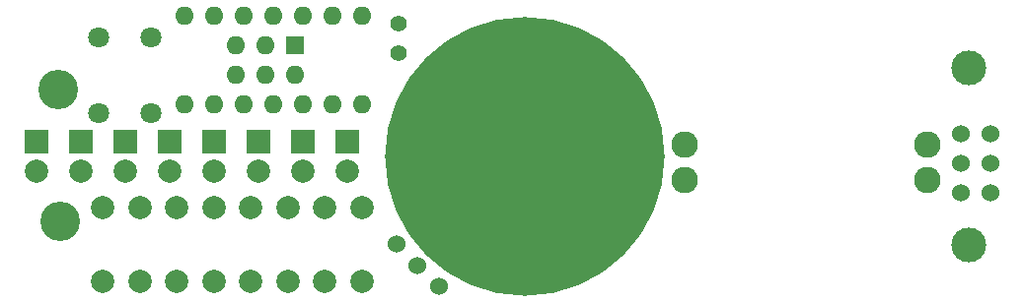
<source format=gbs>
G04 #@! TF.FileFunction,Soldermask,Bot*
%FSLAX46Y46*%
G04 Gerber Fmt 4.6, Leading zero omitted, Abs format (unit mm)*
G04 Created by KiCad (PCBNEW 4.0.7) date 02/28/18 07:49:30*
%MOMM*%
%LPD*%
G01*
G04 APERTURE LIST*
%ADD10C,0.100000*%
%ADD11C,1.524000*%
%ADD12O,1.600000X1.600000*%
%ADD13R,1.600000X1.600000*%
%ADD14C,3.000000*%
%ADD15C,1.800000*%
%ADD16C,3.400000*%
%ADD17C,2.286000*%
%ADD18C,24.000000*%
%ADD19C,1.397000*%
%ADD20C,2.000000*%
%ADD21R,2.000000X2.000000*%
%ADD22C,1.998980*%
G04 APERTURE END LIST*
D10*
D11*
X194037949Y-91929949D03*
X192241898Y-90133898D03*
X195834000Y-93726000D03*
D12*
X183515000Y-75565000D03*
D13*
X183515000Y-73025000D03*
D12*
X180975000Y-75565000D03*
X180975000Y-73025000D03*
X178435000Y-75565000D03*
X178435000Y-73025000D03*
X189230000Y-70485000D03*
X186690000Y-70485000D03*
X184150000Y-70485000D03*
X181610000Y-70485000D03*
X179070000Y-70485000D03*
X176530000Y-70485000D03*
X173990000Y-70485000D03*
X173990000Y-78105000D03*
X176530000Y-78105000D03*
X179070000Y-78105000D03*
X181610000Y-78105000D03*
X184150000Y-78105000D03*
X186690000Y-78105000D03*
X189230000Y-78105000D03*
D14*
X241300000Y-90170000D03*
D15*
X171160000Y-78815000D03*
X166660000Y-78815000D03*
X171160000Y-72315000D03*
X166660000Y-72315000D03*
D16*
X163195000Y-76835000D03*
D17*
X216916000Y-84582000D03*
X237744000Y-84582000D03*
X216916000Y-81534000D03*
X237744000Y-81534000D03*
D14*
X241300000Y-74930000D03*
D16*
X163322000Y-88138000D03*
D18*
X203200000Y-82550000D03*
D19*
X192405000Y-71120000D03*
X192405000Y-73660000D03*
D20*
X187960000Y-83820000D03*
D21*
X187960000Y-81280000D03*
D20*
X184150000Y-83820000D03*
D21*
X184150000Y-81280000D03*
D20*
X180340000Y-83820000D03*
D21*
X180340000Y-81280000D03*
D20*
X176530000Y-83820000D03*
D21*
X176530000Y-81280000D03*
D20*
X172720000Y-83820000D03*
D21*
X172720000Y-81280000D03*
D20*
X168910000Y-83820000D03*
D21*
X168910000Y-81280000D03*
D20*
X165100000Y-83820000D03*
D21*
X165100000Y-81280000D03*
D20*
X161290000Y-83820000D03*
D21*
X161290000Y-81280000D03*
D22*
X189230000Y-86995000D03*
X189230000Y-93345000D03*
X186055000Y-86995000D03*
X186055000Y-93345000D03*
X182880000Y-86995000D03*
X182880000Y-93345000D03*
X179705000Y-86995000D03*
X179705000Y-93345000D03*
X176530000Y-86995000D03*
X176530000Y-93345000D03*
X173355000Y-86995000D03*
X173355000Y-93345000D03*
X170180000Y-86995000D03*
X170180000Y-93345000D03*
X167005000Y-86995000D03*
X167005000Y-93345000D03*
D11*
X240665000Y-80645000D03*
X240665000Y-83185000D03*
X240665000Y-85725000D03*
X243205000Y-85725000D03*
X243205000Y-83185000D03*
X243205000Y-80645000D03*
M02*

</source>
